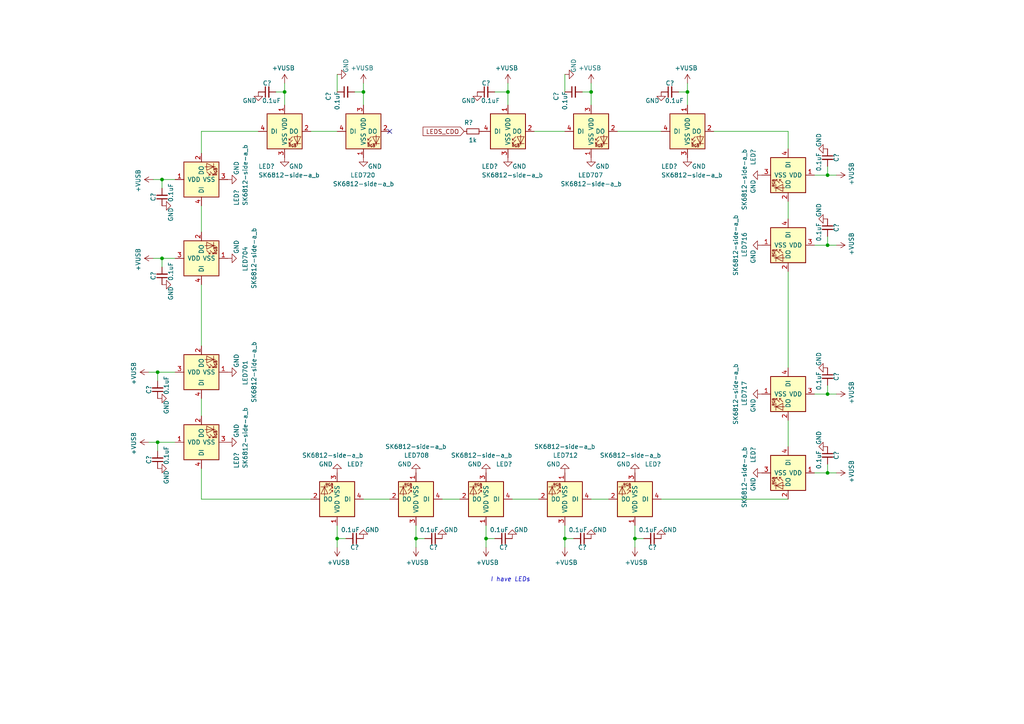
<source format=kicad_sch>
(kicad_sch (version 20250114) (generator "eeschema") (generator_version "9.0")
  (paper "A4")
  (lib_symbols
    (symbol "Device:C_Small" (pin_numbers (hide yes)) (pin_names (offset 0.254) (hide yes))
      (property "Reference" "C" (at 0.254 1.778 0))
      (property "Value" "C_Small" (at 0.254 -2.032 0))
      (symbol "C_Small_0_1"
        (polyline (pts (xy -1.524 0.508) (xy 1.524 0.508)) (stroke (width 0.3048)))
        (polyline (pts (xy -1.524 -0.508) (xy 1.524 -0.508)) (stroke (width 0.3302)))
      )
      (symbol "C_Small_1_1"
        (pin passive line (at 0 2.54 270) (length 2.032) (name "~") (number "1"))
        (pin passive line (at 0 -2.54 90) (length 2.032) (name "~") (number "2"))
      )
    )
    (symbol "Device:R_Small" (pin_numbers (hide yes)) (pin_names (offset 0.254) (hide yes))
      (property "Reference" "R" (at 0.762 0.508 0))
      (property "Value" "R_Small" (at 0.762 -1.016 0))
      (symbol "R_Small_0_1"
        (rectangle (start -0.762 1.778) (end 0.762 -1.778) (stroke (width 0.2032)))
      )
      (symbol "R_Small_1_1"
        (pin passive line (at 0 2.54 270) (length 0.762) (name "~") (number "1"))
        (pin passive line (at 0 -2.54 90) (length 0.762) (name "~") (number "2"))
      )
    )
    (symbol "dp-LED:SK6812-mini-e" (pin_names (offset 1.016))
      (property "Reference" "LED" (at 11.43 -5.08 0))
      (property "Value" "SK6812-mini-e" (at 11.43 -7.62 0))
      (symbol "SK6812-mini-e_1_1"
        (polyline (pts (xy 1.27 -2.54) (xy 1.778 -2.54)))
        (polyline (pts (xy 1.27 -3.556) (xy 1.778 -3.556)))
        (polyline (pts (xy 2.286 -1.524) (xy 1.27 -2.54) (xy 1.27 -2.032)))
        (polyline (pts (xy 2.286 -2.54) (xy 1.27 -3.556) (xy 1.27 -3.048)))
        (polyline (pts (xy 3.683 -1.016) (xy 3.683 -3.556) (xy 3.683 -4.064)))
        (polyline (pts (xy 4.699 -1.524) (xy 2.667 -1.524) (xy 3.683 -3.556) (xy 4.699 -1.524)))
        (polyline (pts (xy 4.699 -3.556) (xy 2.667 -3.556)))
        (rectangle (start 5.08 5.08) (end -5.08 -5.08) (stroke (width 0.254)) (fill (type background)))
        (text "RGB" (at 2.286 -4.191 0) (effects (font (size 0.762 0.762))))
        (pin input line (at -7.62 0 0) (length 2.54) (name "DI") (number "4"))
        (pin power_in line (at 0 7.62 270) (length 2.54) (name "VDD") (number "1"))
        (pin power_in line (at 0 -7.62 90) (length 2.54) (name "VSS") (number "3"))
        (pin output line (at 7.62 0 180) (length 2.54) (name "DO") (number "2"))
      )
    )
    (symbol "dp-LED:SK6812-side-a_b" (pin_names (offset 1.016))
      (property "Reference" "LED" (at 12.7 -5.08 0))
      (property "Value" "SK6812-side-a_b" (at 12.7 -7.62 0))
      (symbol "SK6812-side-a_b_1_1"
        (polyline (pts (xy 1.27 -2.54) (xy 1.778 -2.54)))
        (polyline (pts (xy 1.27 -3.556) (xy 1.778 -3.556)))
        (polyline (pts (xy 2.286 -1.524) (xy 1.27 -2.54) (xy 1.27 -2.032)))
        (polyline (pts (xy 2.286 -2.54) (xy 1.27 -3.556) (xy 1.27 -3.048)))
        (polyline (pts (xy 3.683 -1.016) (xy 3.683 -3.556) (xy 3.683 -4.064)))
        (polyline (pts (xy 4.699 -1.524) (xy 2.667 -1.524) (xy 3.683 -3.556) (xy 4.699 -1.524)))
        (polyline (pts (xy 4.699 -3.556) (xy 2.667 -3.556)))
        (rectangle (start 5.08 5.08) (end -5.08 -5.08) (stroke (width 0.254)) (fill (type background)))
        (text "RGB" (at 2.286 -4.191 0) (effects (font (size 0.762 0.762))))
        (pin input line (at -7.62 0 0) (length 2.54) (name "DI") (number "4"))
        (pin power_in line (at 0 7.62 270) (length 2.54) (name "VDD") (number "3"))
        (pin power_in line (at 0 -7.62 90) (length 2.54) (name "VSS") (number "1"))
        (pin output line (at 7.62 0 180) (length 2.54) (name "DO") (number "2"))
      )
    )
    (symbol "dp-power:+VUSB" (power) (pin_names (offset 1.016))
      (property "Value" "+VUSB" (at 0 5.08 0))
      (symbol "+VUSB_0_1"
        (polyline (pts (xy 0 2.54) (xy -0.762 1.27)))
        (polyline (pts (xy 0 2.54) (xy 0.762 1.27)))
        (polyline (pts (xy 0 0) (xy 0 2.54)))
      )
      (symbol "+VUSB_1_1"
        (pin power_in line (at 0 0 90) (length 0) (hide yes) (name "+VUSB") (number "1"))
      )
    )
    (symbol "power:GND" (power) (pin_names (offset 0))
      (property "Value" "GND" (at 0 -3.81 0))
      (symbol "GND_0_1"
        (polyline (pts (xy 0 0) (xy 0 -1.27) (xy 1.27 -1.27) (xy 0 -2.54) (xy -1.27 -1.27) (xy 0 -1.27)))
      )
      (symbol "GND_1_1"
        (pin power_in line (at 0 0 270) (length 0) (hide yes) (name "GND") (number "1"))
      )
    )
  )
  (text "I have LEDs" (at 142.24 168.91 0) (effects (font (size 1.27 1.27) (italic yes)) (justify left bottom)))
  (junction (at 199.39 26.67))
  (junction (at 140.97 156.21))
  (junction (at 171.45 26.67))
  (junction (at 147.32 26.67))
  (junction (at 240.03 137.16))
  (junction (at 105.41 26.67))
  (junction (at 184.15 156.21))
  (junction (at 82.55 26.67))
  (junction (at 240.03 114.3))
  (junction (at 45.72 107.95))
  (junction (at 46.99 74.93))
  (junction (at 46.99 52.07))
  (junction (at 97.79 156.21))
  (junction (at 240.03 50.8))
  (junction (at 120.65 156.21))
  (junction (at 163.83 156.21))
  (junction (at 45.72 128.27))
  (junction (at 240.03 71.12))
  (no_connect (at 113.03 38.1))
  (wire (pts (xy 240.03 48.26) (xy 240.03 50.8)))
  (wire (pts (xy 228.6 129.54) (xy 228.6 121.92)))
  (wire (pts (xy 240.03 71.12) (xy 236.22 71.12)))
  (wire (pts (xy 148.59 144.78) (xy 156.21 144.78)))
  (wire (pts (xy 196.85 26.67) (xy 199.39 26.67)))
  (wire (pts (xy 240.03 111.76) (xy 240.03 114.3)))
  (wire (pts (xy 58.42 82.55) (xy 58.42 100.33)))
  (wire (pts (xy 199.39 24.13) (xy 199.39 26.67)))
  (wire (pts (xy 179.07 38.1) (xy 191.77 38.1)))
  (wire (pts (xy 58.42 44.45) (xy 58.42 38.1)))
  (wire (pts (xy 140.97 156.21) (xy 140.97 152.4)))
  (wire (pts (xy 46.99 77.47) (xy 46.99 74.93)))
  (wire (pts (xy 163.83 156.21) (xy 163.83 152.4)))
  (wire (pts (xy 184.15 158.75) (xy 184.15 156.21)))
  (wire (pts (xy 154.94 38.1) (xy 163.83 38.1)))
  (wire (pts (xy 45.72 110.49) (xy 45.72 107.95)))
  (wire (pts (xy 228.6 58.42) (xy 228.6 63.5)))
  (wire (pts (xy 45.72 107.95) (xy 50.8 107.95)))
  (wire (pts (xy 143.51 156.21) (xy 140.97 156.21)))
  (wire (pts (xy 228.6 78.74) (xy 228.6 106.68)))
  (wire (pts (xy 147.32 26.67) (xy 147.32 30.48)))
  (wire (pts (xy 133.35 144.78) (xy 128.27 144.78)))
  (wire (pts (xy 105.41 24.13) (xy 105.41 26.67)))
  (wire (pts (xy 58.42 59.69) (xy 58.42 67.31)))
  (wire (pts (xy 43.18 107.95) (xy 45.72 107.95)))
  (wire (pts (xy 140.97 158.75) (xy 140.97 156.21)))
  (wire (pts (xy 46.99 52.07) (xy 50.8 52.07)))
  (wire (pts (xy 123.19 156.21) (xy 120.65 156.21)))
  (wire (pts (xy 97.79 156.21) (xy 97.79 152.4)))
  (wire (pts (xy 97.79 158.75) (xy 97.79 156.21)))
  (wire (pts (xy 45.72 130.81) (xy 45.72 128.27)))
  (wire (pts (xy 120.65 156.21) (xy 120.65 152.4)))
  (wire (pts (xy 97.79 26.67) (xy 97.79 21.59)))
  (wire (pts (xy 80.01 26.67) (xy 82.55 26.67)))
  (wire (pts (xy 147.32 24.13) (xy 147.32 26.67)))
  (wire (pts (xy 168.91 26.67) (xy 171.45 26.67)))
  (wire (pts (xy 242.57 114.3) (xy 240.03 114.3)))
  (wire (pts (xy 186.69 156.21) (xy 184.15 156.21)))
  (wire (pts (xy 105.41 26.67) (xy 105.41 30.48)))
  (wire (pts (xy 58.42 135.89) (xy 58.42 144.78)))
  (wire (pts (xy 120.65 158.75) (xy 120.65 156.21)))
  (wire (pts (xy 242.57 71.12) (xy 240.03 71.12)))
  (wire (pts (xy 44.45 52.07) (xy 46.99 52.07)))
  (wire (pts (xy 100.33 156.21) (xy 97.79 156.21)))
  (wire (pts (xy 228.6 43.18) (xy 228.6 38.1)))
  (wire (pts (xy 171.45 24.13) (xy 171.45 26.67)))
  (wire (pts (xy 102.87 26.67) (xy 105.41 26.67)))
  (wire (pts (xy 44.45 74.93) (xy 46.99 74.93)))
  (wire (pts (xy 240.03 68.58) (xy 240.03 71.12)))
  (wire (pts (xy 176.53 144.78) (xy 171.45 144.78)))
  (wire (pts (xy 82.55 24.13) (xy 82.55 26.67)))
  (wire (pts (xy 240.03 137.16) (xy 236.22 137.16)))
  (wire (pts (xy 184.15 156.21) (xy 184.15 152.4)))
  (wire (pts (xy 163.83 26.67) (xy 163.83 21.59)))
  (wire (pts (xy 46.99 54.61) (xy 46.99 52.07)))
  (wire (pts (xy 171.45 26.67) (xy 171.45 30.48)))
  (wire (pts (xy 90.17 144.78) (xy 58.42 144.78)))
  (wire (pts (xy 166.37 156.21) (xy 163.83 156.21)))
  (wire (pts (xy 199.39 26.67) (xy 199.39 30.48)))
  (wire (pts (xy 58.42 120.65) (xy 58.42 115.57)))
  (wire (pts (xy 43.18 128.27) (xy 45.72 128.27)))
  (wire (pts (xy 207.01 38.1) (xy 228.6 38.1)))
  (wire (pts (xy 46.99 74.93) (xy 50.8 74.93)))
  (wire (pts (xy 58.42 38.1) (xy 74.93 38.1)))
  (wire (pts (xy 242.57 137.16) (xy 240.03 137.16)))
  (wire (pts (xy 191.77 144.78) (xy 228.6 144.78)))
  (wire (pts (xy 45.72 128.27) (xy 50.8 128.27)))
  (wire (pts (xy 82.55 26.67) (xy 82.55 30.48)))
  (wire (pts (xy 105.41 144.78) (xy 113.03 144.78)))
  (wire (pts (xy 163.83 158.75) (xy 163.83 156.21)))
  (wire (pts (xy 143.51 26.67) (xy 147.32 26.67)))
  (wire (pts (xy 240.03 114.3) (xy 236.22 114.3)))
  (wire (pts (xy 90.17 38.1) (xy 97.79 38.1)))
  (wire (pts (xy 240.03 50.8) (xy 236.22 50.8)))
  (wire (pts (xy 242.57 50.8) (xy 240.03 50.8)))
  (wire (pts (xy 240.03 134.62) (xy 240.03 137.16)))
  (global_label "LEDS_CDO" (shape input) (at 134.62 38.1 180) (property "Intersheetrefs" "${INTERSHEET_REFS}" (effects (hide yes))))
  (symbol (lib_id "dp-power:+VUSB") (at 44.45 74.93 90) (unit 1)
    (property "Reference" "#PWR0704" (effects (hide yes)))
    (property "Value" "+VUSB" (at 40.0558 75.311 0))
    (instances (project "REV0" (path "" (reference "#PWR?") (unit 1)) (path "" (reference "#PWR0704") (unit 1))))
  )
  (symbol (lib_id "power:GND") (at 46.99 82.55 90) (unit 1)
    (property "Reference" "#PWR0708" (effects (hide yes)))
    (property "Value" "GND" (at 49.53 85.09 0))
    (instances (project "REV0" (path "" (reference "#PWR?") (unit 1)) (path "" (reference "#PWR0708") (unit 1))))
  )
  (symbol (lib_id "Device:C_Small") (at 46.99 80.01 180) (unit 1)
    (property "Reference" "C704" (at 44.45 80.01 90))
    (property "Value" "0.1uF" (at 49.53 78.74 90))
    (property "Footprint" "Capacitor_SMD:C_0402_1005Metric" (effects (hide yes)))
    (property "RMB" "0.00628" (effects (hide yes)))
    (property "Supplier" "https://item.szlcsc.com/1877.html" (effects (hide yes)))
    (property "szlcsc_partnumber" "C1525" (effects (hide yes)))
    (property "szlcsc_url" "https://item.szlcsc.com/1877.html?fromZone=s_s__%25220.1uF%25200402%2522&spm=sc.gb.xh2.zy.n&lcsc_vid=RlENUlJWE1QKBlBWRAVaUFNTT1leBQZXRFNcVAVQQVAxVlNSRFRfXlBUQ1ZeVzsOAxUeFF5JWAgaAglIBBsCBBcFWQIBCks%3D" (effects (hide yes)))
    (instances (project "REV0" (path "" (reference "C?") (unit 1)) (path "" (reference "C704") (unit 1))))
  )
  (symbol (lib_id "power:GND") (at 66.04 74.93 90) (unit 1)
    (property "Reference" "#PWR0712" (effects (hide yes)))
    (property "Value" "GND" (at 68.58 73.66 0) (effects (justify left)))
    (instances (project "REV0" (path "" (reference "#PWR?") (unit 1)) (path "" (reference "#PWR0712") (unit 1))))
  )
  (symbol (lib_id "dp-power:+VUSB") (at 44.45 52.07 90) (unit 1)
    (property "Reference" "#PWR0703" (effects (hide yes)))
    (property "Value" "+VUSB" (at 40.0558 52.451 0))
    (instances (project "REV0" (path "" (reference "#PWR?") (unit 1)) (path "" (reference "#PWR0703") (unit 1))))
  )
  (symbol (lib_id "power:GND") (at 46.99 59.69 90) (unit 1)
    (property "Reference" "#PWR0707" (effects (hide yes)))
    (property "Value" "GND" (at 49.53 62.23 0))
    (instances (project "REV0" (path "" (reference "#PWR?") (unit 1)) (path "" (reference "#PWR0707") (unit 1))))
  )
  (symbol (lib_id "Device:C_Small") (at 46.99 57.15 180) (unit 1)
    (property "Reference" "C703" (at 44.45 57.15 90))
    (property "Value" "0.1uF" (at 49.53 55.88 90))
    (property "Footprint" "Capacitor_SMD:C_0402_1005Metric" (effects (hide yes)))
    (property "RMB" "0.00628" (effects (hide yes)))
    (property "Supplier" "https://item.szlcsc.com/1877.html" (effects (hide yes)))
    (property "szlcsc_partnumber" "C1525" (effects (hide yes)))
    (property "szlcsc_url" "https://item.szlcsc.com/1877.html?fromZone=s_s__%25220.1uF%25200402%2522&spm=sc.gb.xh2.zy.n&lcsc_vid=RlENUlJWE1QKBlBWRAVaUFNTT1leBQZXRFNcVAVQQVAxVlNSRFRfXlBUQ1ZeVzsOAxUeFF5JWAgaAglIBBsCBBcFWQIBCks%3D" (effects (hide yes)))
    (instances (project "REV0" (path "" (reference "C?") (unit 1)) (path "" (reference "C703") (unit 1))))
  )
  (symbol (lib_id "power:GND") (at 66.04 52.07 90) (unit 1)
    (property "Reference" "#PWR0711" (effects (hide yes)))
    (property "Value" "GND" (at 68.58 50.8 0) (effects (justify left)))
    (instances (project "REV0" (path "" (reference "#PWR?") (unit 1)) (path "" (reference "#PWR0711") (unit 1))))
  )
  (symbol (lib_id "dp-LED:SK6812-mini-e") (at 58.42 52.07 90) (unit 1)
    (property "Reference" "LED703" (at 68.58 59.69 0) (effects (justify left)))
    (property "Value" "SK6812-side-a_b" (at 71.12 59.69 0) (effects (justify left)))
    (property "Footprint" "dp-LED:SK6812-side-a_b" (effects (hide yes)))
    (property "RMB" "0.5296" (effects (hide yes)))
    (property "Supplier" "https://item.szlcsc.com/542109.html" (effects (hide yes)))
    (instances (project "REV0" (path "" (reference "LED?") (unit 1)) (path "" (reference "LED?") (unit 1)) (path "" (reference "LED703") (unit 1))))
  )
  (symbol (lib_id "dp-power:+VUSB") (at 82.55 24.13 0) (unit 1)
    (property "Reference" "#PWR0714" (effects (hide yes)))
    (property "Value" "+VUSB" (at 82.169 19.7358 0))
    (instances (project "REV0" (path "" (reference "#PWR?") (unit 1)) (path "" (reference "#PWR0714") (unit 1))))
  )
  (symbol (lib_id "power:GND") (at 74.93 26.67 0) (unit 1)
    (property "Reference" "#PWR0713" (effects (hide yes)))
    (property "Value" "GND" (at 72.39 29.21 0))
    (instances (project "REV0" (path "" (reference "#PWR?") (unit 1)) (path "" (reference "#PWR0713") (unit 1))))
  )
  (symbol (lib_id "power:GND") (at 82.55 45.72 0) (unit 1)
    (property "Reference" "#PWR0715" (effects (hide yes)))
    (property "Value" "GND" (at 83.82 48.26 0) (effects (justify left)))
    (instances (project "REV0" (path "" (reference "#PWR?") (unit 1)) (path "" (reference "#PWR0715") (unit 1))))
  )
  (symbol (lib_id "dp-LED:SK6812-mini-e") (at 82.55 38.1 0) (unit 1)
    (property "Reference" "LED705" (at 74.93 48.26 0) (effects (justify left)))
    (property "Value" "SK6812-side-a_b" (at 74.93 50.8 0) (effects (justify left)))
    (property "Footprint" "dp-LED:SK6812-side-a_b" (effects (hide yes)))
    (property "RMB" "0.5296" (effects (hide yes)))
    (property "Supplier" "https://item.szlcsc.com/542109.html" (effects (hide yes)))
    (instances (project "REV0" (path "" (reference "LED?") (unit 1)) (path "" (reference "LED?") (unit 1)) (path "" (reference "LED705") (unit 1))))
  )
  (symbol (lib_id "Device:C_Small") (at 77.47 26.67 90) (unit 1)
    (property "Reference" "C705" (at 77.47 24.13 90))
    (property "Value" "0.1uF" (at 78.74 29.21 90))
    (property "Footprint" "Capacitor_SMD:C_0402_1005Metric" (effects (hide yes)))
    (property "RMB" "0.00628" (effects (hide yes)))
    (property "Supplier" "https://item.szlcsc.com/1877.html" (effects (hide yes)))
    (property "szlcsc_partnumber" "C1525" (effects (hide yes)))
    (property "szlcsc_url" "https://item.szlcsc.com/1877.html?fromZone=s_s__%25220.1uF%25200402%2522&spm=sc.gb.xh2.zy.n&lcsc_vid=RlENUlJWE1QKBlBWRAVaUFNTT1leBQZXRFNcVAVQQVAxVlNSRFRfXlBUQ1ZeVzsOAxUeFF5JWAgaAglIBBsCBBcFWQIBCks%3D" (effects (hide yes)))
    (instances (project "REV0" (path "" (reference "C?") (unit 1)) (path "" (reference "C705") (unit 1))))
  )
  (symbol (lib_id "dp-power:+VUSB") (at 199.39 24.13 0) (unit 1)
    (property "Reference" "#PWR0738" (effects (hide yes)))
    (property "Value" "+VUSB" (at 199.009 19.7358 0))
    (instances (project "REV0" (path "" (reference "#PWR?") (unit 1)) (path "" (reference "#PWR0738") (unit 1))))
  )
  (symbol (lib_id "power:GND") (at 191.77 26.67 0) (unit 1)
    (property "Reference" "#PWR0737" (effects (hide yes)))
    (property "Value" "GND" (at 189.23 29.21 0))
    (instances (project "REV0" (path "" (reference "#PWR?") (unit 1)) (path "" (reference "#PWR0737") (unit 1))))
  )
  (symbol (lib_id "power:GND") (at 199.39 45.72 0) (unit 1)
    (property "Reference" "#PWR0739" (effects (hide yes)))
    (property "Value" "GND" (at 200.66 48.26 0) (effects (justify left)))
    (instances (project "REV0" (path "" (reference "#PWR?") (unit 1)) (path "" (reference "#PWR0739") (unit 1))))
  )
  (symbol (lib_id "dp-LED:SK6812-mini-e") (at 199.39 38.1 0) (unit 1)
    (property "Reference" "LED713" (at 191.77 48.26 0) (effects (justify left)))
    (property "Value" "SK6812-side-a_b" (at 191.77 50.8 0) (effects (justify left)))
    (property "Footprint" "dp-LED:SK6812-side-a_b" (effects (hide yes)))
    (property "RMB" "0.5296" (effects (hide yes)))
    (property "Supplier" "https://item.szlcsc.com/542109.html" (effects (hide yes)))
    (instances (project "REV0" (path "" (reference "LED?") (unit 1)) (path "" (reference "LED?") (unit 1)) (path "" (reference "LED713") (unit 1))))
  )
  (symbol (lib_id "Device:C_Small") (at 194.31 26.67 90) (unit 1)
    (property "Reference" "C713" (at 194.31 24.13 90))
    (property "Value" "0.1uF" (at 195.58 29.21 90))
    (property "Footprint" "Capacitor_SMD:C_0402_1005Metric" (effects (hide yes)))
    (property "RMB" "0.00628" (effects (hide yes)))
    (property "Supplier" "https://item.szlcsc.com/1877.html" (effects (hide yes)))
    (property "szlcsc_partnumber" "C1525" (effects (hide yes)))
    (property "szlcsc_url" "https://item.szlcsc.com/1877.html?fromZone=s_s__%25220.1uF%25200402%2522&spm=sc.gb.xh2.zy.n&lcsc_vid=RlENUlJWE1QKBlBWRAVaUFNTT1leBQZXRFNcVAVQQVAxVlNSRFRfXlBUQ1ZeVzsOAxUeFF5JWAgaAglIBBsCBBcFWQIBCks%3D" (effects (hide yes)))
    (instances (project "REV0" (path "" (reference "C?") (unit 1)) (path "" (reference "C713") (unit 1))))
  )
  (symbol (lib_id "dp-power:+VUSB") (at 242.57 71.12 270) (unit 1)
    (property "Reference" "#PWR0752" (effects (hide yes)))
    (property "Value" "+VUSB" (at 246.9642 70.739 0))
    (instances (project "REV0" (path "" (reference "#PWR?") (unit 1)) (path "" (reference "#PWR0752") (unit 1))))
  )
  (symbol (lib_id "power:GND") (at 240.03 63.5 270) (unit 1)
    (property "Reference" "#PWR0748" (effects (hide yes)))
    (property "Value" "GND" (at 237.49 60.96 0))
    (instances (project "REV0" (path "" (reference "#PWR?") (unit 1)) (path "" (reference "#PWR0748") (unit 1))))
  )
  (symbol (lib_id "Device:C_Small") (at 240.03 66.04 0) (unit 1)
    (property "Reference" "C716" (at 242.57 66.04 90))
    (property "Value" "0.1uF" (at 237.49 67.31 90))
    (property "Footprint" "Capacitor_SMD:C_0402_1005Metric" (effects (hide yes)))
    (property "RMB" "0.00628" (effects (hide yes)))
    (property "Supplier" "https://item.szlcsc.com/1877.html" (effects (hide yes)))
    (property "szlcsc_partnumber" "C1525" (effects (hide yes)))
    (property "szlcsc_url" "https://item.szlcsc.com/1877.html?fromZone=s_s__%25220.1uF%25200402%2522&spm=sc.gb.xh2.zy.n&lcsc_vid=RlENUlJWE1QKBlBWRAVaUFNTT1leBQZXRFNcVAVQQVAxVlNSRFRfXlBUQ1ZeVzsOAxUeFF5JWAgaAglIBBsCBBcFWQIBCks%3D" (effects (hide yes)))
    (instances (project "REV0" (path "" (reference "C?") (unit 1)) (path "" (reference "C716") (unit 1))))
  )
  (symbol (lib_id "power:GND") (at 220.98 71.12 270) (unit 1)
    (property "Reference" "#PWR0744" (effects (hide yes)))
    (property "Value" "GND" (at 218.44 72.39 0) (effects (justify left)))
    (instances (project "REV0" (path "" (reference "#PWR?") (unit 1)) (path "" (reference "#PWR0744") (unit 1))))
  )
  (symbol (lib_id "dp-power:+VUSB") (at 242.57 50.8 270) (unit 1)
    (property "Reference" "#PWR0751" (effects (hide yes)))
    (property "Value" "+VUSB" (at 246.9642 50.419 0))
    (instances (project "REV0" (path "" (reference "#PWR?") (unit 1)) (path "" (reference "#PWR0751") (unit 1))))
  )
  (symbol (lib_id "power:GND") (at 240.03 43.18 270) (unit 1)
    (property "Reference" "#PWR0747" (effects (hide yes)))
    (property "Value" "GND" (at 237.49 40.64 0))
    (instances (project "REV0" (path "" (reference "#PWR?") (unit 1)) (path "" (reference "#PWR0747") (unit 1))))
  )
  (symbol (lib_id "power:GND") (at 220.98 50.8 270) (unit 1)
    (property "Reference" "#PWR0743" (effects (hide yes)))
    (property "Value" "GND" (at 218.44 52.07 0) (effects (justify left)))
    (instances (project "REV0" (path "" (reference "#PWR?") (unit 1)) (path "" (reference "#PWR0743") (unit 1))))
  )
  (symbol (lib_id "dp-LED:SK6812-mini-e") (at 228.6 50.8 270) (unit 1)
    (property "Reference" "LED715" (at 218.44 43.18 0) (effects (justify left)))
    (property "Value" "SK6812-side-a_b" (at 215.9 43.18 0) (effects (justify left)))
    (property "Footprint" "dp-LED:SK6812-side-a_b" (effects (hide yes)))
    (property "RMB" "0.5296" (effects (hide yes)))
    (property "Supplier" "https://item.szlcsc.com/542109.html" (effects (hide yes)))
    (instances (project "REV0" (path "" (reference "LED?") (unit 1)) (path "" (reference "LED?") (unit 1)) (path "" (reference "LED715") (unit 1))))
  )
  (symbol (lib_id "Device:C_Small") (at 240.03 45.72 0) (unit 1)
    (property "Reference" "C715" (at 242.57 45.72 90))
    (property "Value" "0.1uF" (at 237.49 46.99 90))
    (property "Footprint" "Capacitor_SMD:C_0402_1005Metric" (effects (hide yes)))
    (property "RMB" "0.00628" (effects (hide yes)))
    (property "Supplier" "https://item.szlcsc.com/1877.html" (effects (hide yes)))
    (property "szlcsc_partnumber" "C1525" (effects (hide yes)))
    (property "szlcsc_url" "https://item.szlcsc.com/1877.html?fromZone=s_s__%25220.1uF%25200402%2522&spm=sc.gb.xh2.zy.n&lcsc_vid=RlENUlJWE1QKBlBWRAVaUFNTT1leBQZXRFNcVAVQQVAxVlNSRFRfXlBUQ1ZeVzsOAxUeFF5JWAgaAglIBBsCBBcFWQIBCks%3D" (effects (hide yes)))
    (instances (project "REV0" (path "" (reference "C?") (unit 1)) (path "" (reference "C715") (unit 1))))
  )
  (symbol (lib_id "dp-power:+VUSB") (at 242.57 114.3 270) (unit 1)
    (property "Reference" "#PWR0753" (effects (hide yes)))
    (property "Value" "+VUSB" (at 246.9642 113.919 0))
    (instances (project "REV0" (path "" (reference "#PWR?") (unit 1)) (path "" (reference "#PWR0753") (unit 1))))
  )
  (symbol (lib_id "power:GND") (at 240.03 106.68 270) (unit 1)
    (property "Reference" "#PWR0749" (effects (hide yes)))
    (property "Value" "GND" (at 237.49 104.14 0))
    (instances (project "REV0" (path "" (reference "#PWR?") (unit 1)) (path "" (reference "#PWR0749") (unit 1))))
  )
  (symbol (lib_id "Device:C_Small") (at 240.03 109.22 0) (unit 1)
    (property "Reference" "C717" (at 242.57 109.22 90))
    (property "Value" "0.1uF" (at 237.49 110.49 90))
    (property "Footprint" "Capacitor_SMD:C_0402_1005Metric" (effects (hide yes)))
    (property "RMB" "0.00628" (effects (hide yes)))
    (property "Supplier" "https://item.szlcsc.com/1877.html" (effects (hide yes)))
    (property "szlcsc_partnumber" "C1525" (effects (hide yes)))
    (property "szlcsc_url" "https://item.szlcsc.com/1877.html?fromZone=s_s__%25220.1uF%25200402%2522&spm=sc.gb.xh2.zy.n&lcsc_vid=RlENUlJWE1QKBlBWRAVaUFNTT1leBQZXRFNcVAVQQVAxVlNSRFRfXlBUQ1ZeVzsOAxUeFF5JWAgaAglIBBsCBBcFWQIBCks%3D" (effects (hide yes)))
    (instances (project "REV0" (path "" (reference "C?") (unit 1)) (path "" (reference "C717") (unit 1))))
  )
  (symbol (lib_id "power:GND") (at 220.98 114.3 270) (unit 1)
    (property "Reference" "#PWR0745" (effects (hide yes)))
    (property "Value" "GND" (at 218.44 115.57 0) (effects (justify left)))
    (instances (project "REV0" (path "" (reference "#PWR?") (unit 1)) (path "" (reference "#PWR0745") (unit 1))))
  )
  (symbol (lib_id "dp-power:+VUSB") (at 242.57 137.16 270) (unit 1)
    (property "Reference" "#PWR0754" (effects (hide yes)))
    (property "Value" "+VUSB" (at 246.9642 136.779 0))
    (instances (project "REV0" (path "" (reference "#PWR?") (unit 1)) (path "" (reference "#PWR0754") (unit 1))))
  )
  (symbol (lib_id "power:GND") (at 240.03 129.54 270) (unit 1)
    (property "Reference" "#PWR0750" (effects (hide yes)))
    (property "Value" "GND" (at 237.49 127 0))
    (instances (project "REV0" (path "" (reference "#PWR?") (unit 1)) (path "" (reference "#PWR0750") (unit 1))))
  )
  (symbol (lib_id "power:GND") (at 220.98 137.16 270) (unit 1)
    (property "Reference" "#PWR0746" (effects (hide yes)))
    (property "Value" "GND" (at 218.44 138.43 0) (effects (justify left)))
    (instances (project "REV0" (path "" (reference "#PWR?") (unit 1)) (path "" (reference "#PWR0746") (unit 1))))
  )
  (symbol (lib_id "dp-LED:SK6812-mini-e") (at 228.6 137.16 270) (unit 1)
    (property "Reference" "LED718" (at 218.44 129.54 0) (effects (justify left)))
    (property "Value" "SK6812-side-a_b" (at 215.9 129.54 0) (effects (justify left)))
    (property "Footprint" "dp-LED:SK6812-side-a_b" (effects (hide yes)))
    (property "RMB" "0.5296" (effects (hide yes)))
    (property "Supplier" "https://item.szlcsc.com/542109.html" (effects (hide yes)))
    (instances (project "REV0" (path "" (reference "LED?") (unit 1)) (path "" (reference "LED?") (unit 1)) (path "" (reference "LED718") (unit 1))))
  )
  (symbol (lib_id "Device:C_Small") (at 240.03 132.08 0) (unit 1)
    (property "Reference" "C718" (at 242.57 132.08 90))
    (property "Value" "0.1uF" (at 237.49 133.35 90))
    (property "Footprint" "Capacitor_SMD:C_0402_1005Metric" (effects (hide yes)))
    (property "RMB" "0.00628" (effects (hide yes)))
    (property "Supplier" "https://item.szlcsc.com/1877.html" (effects (hide yes)))
    (property "szlcsc_partnumber" "C1525" (effects (hide yes)))
    (property "szlcsc_url" "https://item.szlcsc.com/1877.html?fromZone=s_s__%25220.1uF%25200402%2522&spm=sc.gb.xh2.zy.n&lcsc_vid=RlENUlJWE1QKBlBWRAVaUFNTT1leBQZXRFNcVAVQQVAxVlNSRFRfXlBUQ1ZeVzsOAxUeFF5JWAgaAglIBBsCBBcFWQIBCks%3D" (effects (hide yes)))
    (instances (project "REV0" (path "" (reference "C?") (unit 1)) (path "" (reference "C718") (unit 1))))
  )
  (symbol (lib_id "dp-power:+VUSB") (at 163.83 158.75 180) (unit 1)
    (property "Reference" "#PWR0735" (effects (hide yes)))
    (property "Value" "+VUSB" (at 164.211 163.1442 0))
    (instances (project "REV0" (path "" (reference "#PWR?") (unit 1)) (path "" (reference "#PWR0735") (unit 1))))
  )
  (symbol (lib_id "power:GND") (at 171.45 156.21 180) (unit 1)
    (property "Reference" "#PWR0736" (effects (hide yes)))
    (property "Value" "GND" (at 173.99 153.67 0))
    (instances (project "REV0" (path "" (reference "#PWR?") (unit 1)) (path "" (reference "#PWR0736") (unit 1))))
  )
  (symbol (lib_id "Device:C_Small") (at 168.91 156.21 270) (unit 1)
    (property "Reference" "C712" (at 168.91 158.75 90))
    (property "Value" "0.1uF" (at 167.64 153.67 90))
    (property "Footprint" "Capacitor_SMD:C_0402_1005Metric" (effects (hide yes)))
    (property "RMB" "0.00628" (effects (hide yes)))
    (property "Supplier" "https://item.szlcsc.com/1877.html" (effects (hide yes)))
    (property "szlcsc_partnumber" "C1525" (effects (hide yes)))
    (property "szlcsc_url" "https://item.szlcsc.com/1877.html?fromZone=s_s__%25220.1uF%25200402%2522&spm=sc.gb.xh2.zy.n&lcsc_vid=RlENUlJWE1QKBlBWRAVaUFNTT1leBQZXRFNcVAVQQVAxVlNSRFRfXlBUQ1ZeVzsOAxUeFF5JWAgaAglIBBsCBBcFWQIBCks%3D" (effects (hide yes)))
    (instances (project "REV0" (path "" (reference "C?") (unit 1)) (path "" (reference "C712") (unit 1))))
  )
  (symbol (lib_id "power:GND") (at 163.83 137.16 180) (unit 1)
    (property "Reference" "#PWR0734" (effects (hide yes)))
    (property "Value" "GND" (at 162.56 134.62 0) (effects (justify left)))
    (instances (project "REV0" (path "" (reference "#PWR?") (unit 1)) (path "" (reference "#PWR0734") (unit 1))))
  )
  (symbol (lib_id "dp-power:+VUSB") (at 184.15 158.75 180) (unit 1)
    (property "Reference" "#PWR0741" (effects (hide yes)))
    (property "Value" "+VUSB" (at 184.531 163.1442 0))
    (instances (project "REV0" (path "" (reference "#PWR?") (unit 1)) (path "" (reference "#PWR0741") (unit 1))))
  )
  (symbol (lib_id "power:GND") (at 191.77 156.21 180) (unit 1)
    (property "Reference" "#PWR0742" (effects (hide yes)))
    (property "Value" "GND" (at 194.31 153.67 0))
    (instances (project "REV0" (path "" (reference "#PWR?") (unit 1)) (path "" (reference "#PWR0742") (unit 1))))
  )
  (symbol (lib_id "power:GND") (at 184.15 137.16 180) (unit 1)
    (property "Reference" "#PWR0740" (effects (hide yes)))
    (property "Value" "GND" (at 182.88 134.62 0) (effects (justify left)))
    (instances (project "REV0" (path "" (reference "#PWR?") (unit 1)) (path "" (reference "#PWR0740") (unit 1))))
  )
  (symbol (lib_id "dp-LED:SK6812-mini-e") (at 184.15 144.78 180) (unit 1)
    (property "Reference" "LED714" (at 191.77 134.62 0) (effects (justify left)))
    (property "Value" "SK6812-side-a_b" (at 191.77 132.08 0) (effects (justify left)))
    (property "Footprint" "dp-LED:SK6812-side-a_b" (effects (hide yes)))
    (property "RMB" "0.5296" (effects (hide yes)))
    (property "Supplier" "https://item.szlcsc.com/542109.html" (effects (hide yes)))
    (instances (project "REV0" (path "" (reference "LED?") (unit 1)) (path "" (reference "LED?") (unit 1)) (path "" (reference "LED714") (unit 1))))
  )
  (symbol (lib_id "Device:C_Small") (at 189.23 156.21 270) (unit 1)
    (property "Reference" "C714" (at 189.23 158.75 90))
    (property "Value" "0.1uF" (at 187.96 153.67 90))
    (property "Footprint" "Capacitor_SMD:C_0402_1005Metric" (effects (hide yes)))
    (property "RMB" "0.00628" (effects (hide yes)))
    (property "Supplier" "https://item.szlcsc.com/1877.html" (effects (hide yes)))
    (property "szlcsc_partnumber" "C1525" (effects (hide yes)))
    (property "szlcsc_url" "https://item.szlcsc.com/1877.html?fromZone=s_s__%25220.1uF%25200402%2522&spm=sc.gb.xh2.zy.n&lcsc_vid=RlENUlJWE1QKBlBWRAVaUFNTT1leBQZXRFNcVAVQQVAxVlNSRFRfXlBUQ1ZeVzsOAxUeFF5JWAgaAglIBBsCBBcFWQIBCks%3D" (effects (hide yes)))
    (instances (project "REV0" (path "" (reference "C?") (unit 1)) (path "" (reference "C714") (unit 1))))
  )
  (symbol (lib_id "dp-power:+VUSB") (at 120.65 158.75 180) (unit 1)
    (property "Reference" "#PWR0723" (effects (hide yes)))
    (property "Value" "+VUSB" (at 121.031 163.1442 0))
    (instances (project "REV0" (path "" (reference "#PWR?") (unit 1)) (path "" (reference "#PWR0723") (unit 1))))
  )
  (symbol (lib_id "power:GND") (at 128.27 156.21 180) (unit 1)
    (property "Reference" "#PWR0724" (effects (hide yes)))
    (property "Value" "GND" (at 130.81 153.67 0))
    (instances (project "REV0" (path "" (reference "#PWR?") (unit 1)) (path "" (reference "#PWR0724") (unit 1))))
  )
  (symbol (lib_id "Device:C_Small") (at 125.73 156.21 270) (unit 1)
    (property "Reference" "C708" (at 125.73 158.75 90))
    (property "Value" "0.1uF" (at 124.46 153.67 90))
    (property "Footprint" "Capacitor_SMD:C_0402_1005Metric" (effects (hide yes)))
    (property "RMB" "0.00628" (effects (hide yes)))
    (property "Supplier" "https://item.szlcsc.com/1877.html" (effects (hide yes)))
    (property "szlcsc_partnumber" "C1525" (effects (hide yes)))
    (property "szlcsc_url" "https://item.szlcsc.com/1877.html?fromZone=s_s__%25220.1uF%25200402%2522&spm=sc.gb.xh2.zy.n&lcsc_vid=RlENUlJWE1QKBlBWRAVaUFNTT1leBQZXRFNcVAVQQVAxVlNSRFRfXlBUQ1ZeVzsOAxUeFF5JWAgaAglIBBsCBBcFWQIBCks%3D" (effects (hide yes)))
    (instances (project "REV0" (path "" (reference "C?") (unit 1)) (path "" (reference "C708") (unit 1))))
  )
  (symbol (lib_id "power:GND") (at 120.65 137.16 180) (unit 1)
    (property "Reference" "#PWR0722" (effects (hide yes)))
    (property "Value" "GND" (at 119.38 134.62 0) (effects (justify left)))
    (instances (project "REV0" (path "" (reference "#PWR?") (unit 1)) (path "" (reference "#PWR0722") (unit 1))))
  )
  (symbol (lib_id "dp-power:+VUSB") (at 140.97 158.75 180) (unit 1)
    (property "Reference" "#PWR0729" (effects (hide yes)))
    (property "Value" "+VUSB" (at 141.351 163.1442 0))
    (instances (project "REV0" (path "" (reference "#PWR?") (unit 1)) (path "" (reference "#PWR0729") (unit 1))))
  )
  (symbol (lib_id "power:GND") (at 148.59 156.21 180) (unit 1)
    (property "Reference" "#PWR0730" (effects (hide yes)))
    (property "Value" "GND" (at 151.13 153.67 0))
    (instances (project "REV0" (path "" (reference "#PWR?") (unit 1)) (path "" (reference "#PWR0730") (unit 1))))
  )
  (symbol (lib_id "power:GND") (at 140.97 137.16 180) (unit 1)
    (property "Reference" "#PWR0728" (effects (hide yes)))
    (property "Value" "GND" (at 139.7 134.62 0) (effects (justify left)))
    (instances (project "REV0" (path "" (reference "#PWR?") (unit 1)) (path "" (reference "#PWR0728") (unit 1))))
  )
  (symbol (lib_id "dp-LED:SK6812-mini-e") (at 140.97 144.78 180) (unit 1)
    (property "Reference" "LED710" (at 148.59 134.62 0) (effects (justify left)))
    (property "Value" "SK6812-side-a_b" (at 148.59 132.08 0) (effects (justify left)))
    (property "Footprint" "dp-LED:SK6812-side-a_b" (effects (hide yes)))
    (property "RMB" "0.5296" (effects (hide yes)))
    (property "Supplier" "https://item.szlcsc.com/542109.html" (effects (hide yes)))
    (instances (project "REV0" (path "" (reference "LED?") (unit 1)) (path "" (reference "LED?") (unit 1)) (path "" (reference "LED710") (unit 1))))
  )
  (symbol (lib_id "Device:C_Small") (at 146.05 156.21 270) (unit 1)
    (property "Reference" "C710" (at 146.05 158.75 90))
    (property "Value" "0.1uF" (at 144.78 153.67 90))
    (property "Footprint" "Capacitor_SMD:C_0402_1005Metric" (effects (hide yes)))
    (property "RMB" "0.00628" (effects (hide yes)))
    (property "Supplier" "https://item.szlcsc.com/1877.html" (effects (hide yes)))
    (property "szlcsc_partnumber" "C1525" (effects (hide yes)))
    (property "szlcsc_url" "https://item.szlcsc.com/1877.html?fromZone=s_s__%25220.1uF%25200402%2522&spm=sc.gb.xh2.zy.n&lcsc_vid=RlENUlJWE1QKBlBWRAVaUFNTT1leBQZXRFNcVAVQQVAxVlNSRFRfXlBUQ1ZeVzsOAxUeFF5JWAgaAglIBBsCBBcFWQIBCks%3D" (effects (hide yes)))
    (instances (project "REV0" (path "" (reference "C?") (unit 1)) (path "" (reference "C710") (unit 1))))
  )
  (symbol (lib_id "dp-power:+VUSB") (at 97.79 158.75 180) (unit 1)
    (property "Reference" "#PWR0717" (effects (hide yes)))
    (property "Value" "+VUSB" (at 98.171 163.1442 0))
    (instances (project "REV0" (path "" (reference "#PWR?") (unit 1)) (path "" (reference "#PWR0717") (unit 1))))
  )
  (symbol (lib_id "power:GND") (at 105.41 156.21 180) (unit 1)
    (property "Reference" "#PWR0718" (effects (hide yes)))
    (property "Value" "GND" (at 107.95 153.67 0))
    (instances (project "REV0" (path "" (reference "#PWR?") (unit 1)) (path "" (reference "#PWR0718") (unit 1))))
  )
  (symbol (lib_id "power:GND") (at 97.79 137.16 180) (unit 1)
    (property "Reference" "#PWR0716" (effects (hide yes)))
    (property "Value" "GND" (at 96.52 134.62 0) (effects (justify left)))
    (instances (project "REV0" (path "" (reference "#PWR?") (unit 1)) (path "" (reference "#PWR0716") (unit 1))))
  )
  (symbol (lib_id "dp-LED:SK6812-mini-e") (at 97.79 144.78 180) (unit 1)
    (property "Reference" "LED706" (at 105.41 134.62 0) (effects (justify left)))
    (property "Value" "SK6812-side-a_b" (at 105.41 132.08 0) (effects (justify left)))
    (property "Footprint" "dp-LED:SK6812-side-a_b" (effects (hide yes)))
    (property "RMB" "0.5296" (effects (hide yes)))
    (property "Supplier" "https://item.szlcsc.com/542109.html" (effects (hide yes)))
    (instances (project "REV0" (path "" (reference "LED?") (unit 1)) (path "" (reference "LED?") (unit 1)) (path "" (reference "LED706") (unit 1))))
  )
  (symbol (lib_id "Device:C_Small") (at 102.87 156.21 270) (unit 1)
    (property "Reference" "C706" (at 102.87 158.75 90))
    (property "Value" "0.1uF" (at 101.6 153.67 90))
    (property "Footprint" "Capacitor_SMD:C_0402_1005Metric" (effects (hide yes)))
    (property "RMB" "0.00628" (effects (hide yes)))
    (property "Supplier" "https://item.szlcsc.com/1877.html" (effects (hide yes)))
    (property "szlcsc_partnumber" "C1525" (effects (hide yes)))
    (property "szlcsc_url" "https://item.szlcsc.com/1877.html?fromZone=s_s__%25220.1uF%25200402%2522&spm=sc.gb.xh2.zy.n&lcsc_vid=RlENUlJWE1QKBlBWRAVaUFNTT1leBQZXRFNcVAVQQVAxVlNSRFRfXlBUQ1ZeVzsOAxUeFF5JWAgaAglIBBsCBBcFWQIBCks%3D" (effects (hide yes)))
    (instances (project "REV0" (path "" (reference "C?") (unit 1)) (path "" (reference "C706") (unit 1))))
  )
  (symbol (lib_id "dp-power:+VUSB") (at 43.18 107.95 90) (unit 1)
    (property "Reference" "#PWR0701" (effects (hide yes)))
    (property "Value" "+VUSB" (at 38.7858 108.331 0))
    (instances (project "REV0" (path "" (reference "#PWR?") (unit 1)) (path "" (reference "#PWR0701") (unit 1))))
  )
  (symbol (lib_id "power:GND") (at 45.72 115.57 90) (unit 1)
    (property "Reference" "#PWR0705" (effects (hide yes)))
    (property "Value" "GND" (at 48.26 118.11 0))
    (instances (project "REV0" (path "" (reference "#PWR?") (unit 1)) (path "" (reference "#PWR0705") (unit 1))))
  )
  (symbol (lib_id "Device:C_Small") (at 45.72 113.03 180) (unit 1)
    (property "Reference" "C701" (at 43.18 113.03 90))
    (property "Value" "0.1uF" (at 48.26 111.76 90))
    (property "Footprint" "Capacitor_SMD:C_0402_1005Metric" (effects (hide yes)))
    (property "RMB" "0.00628" (effects (hide yes)))
    (property "Supplier" "https://item.szlcsc.com/1877.html" (effects (hide yes)))
    (property "szlcsc_partnumber" "C1525" (effects (hide yes)))
    (property "szlcsc_url" "https://item.szlcsc.com/1877.html?fromZone=s_s__%25220.1uF%25200402%2522&spm=sc.gb.xh2.zy.n&lcsc_vid=RlENUlJWE1QKBlBWRAVaUFNTT1leBQZXRFNcVAVQQVAxVlNSRFRfXlBUQ1ZeVzsOAxUeFF5JWAgaAglIBBsCBBcFWQIBCks%3D" (effects (hide yes)))
    (instances (project "REV0" (path "" (reference "C?") (unit 1)) (path "" (reference "C701") (unit 1))))
  )
  (symbol (lib_id "power:GND") (at 66.04 107.95 90) (unit 1)
    (property "Reference" "#PWR0709" (effects (hide yes)))
    (property "Value" "GND" (at 68.58 106.68 0) (effects (justify left)))
    (instances (project "REV0" (path "" (reference "#PWR?") (unit 1)) (path "" (reference "#PWR0709") (unit 1))))
  )
  (symbol (lib_id "dp-power:+VUSB") (at 43.18 128.27 90) (unit 1)
    (property "Reference" "#PWR0702" (effects (hide yes)))
    (property "Value" "+VUSB" (at 38.7858 128.651 0))
    (instances (project "REV0" (path "" (reference "#PWR?") (unit 1)) (path "" (reference "#PWR0702") (unit 1))))
  )
  (symbol (lib_id "power:GND") (at 45.72 135.89 90) (unit 1)
    (property "Reference" "#PWR0706" (effects (hide yes)))
    (property "Value" "GND" (at 48.26 138.43 0))
    (instances (project "REV0" (path "" (reference "#PWR?") (unit 1)) (path "" (reference "#PWR0706") (unit 1))))
  )
  (symbol (lib_id "power:GND") (at 66.04 128.27 90) (unit 1)
    (property "Reference" "#PWR0710" (effects (hide yes)))
    (property "Value" "GND" (at 68.58 127 0) (effects (justify left)))
    (instances (project "REV0" (path "" (reference "#PWR?") (unit 1)) (path "" (reference "#PWR0710") (unit 1))))
  )
  (symbol (lib_id "dp-LED:SK6812-mini-e") (at 58.42 128.27 90) (unit 1)
    (property "Reference" "LED702" (at 68.58 135.89 0) (effects (justify left)))
    (property "Value" "SK6812-side-a_b" (at 71.12 135.89 0) (effects (justify left)))
    (property "Footprint" "dp-LED:SK6812-side-a_b" (effects (hide yes)))
    (property "RMB" "0.5296" (effects (hide yes)))
    (property "Supplier" "https://item.szlcsc.com/542109.html" (effects (hide yes)))
    (instances (project "REV0" (path "" (reference "LED?") (unit 1)) (path "" (reference "LED?") (unit 1)) (path "" (reference "LED702") (unit 1))))
  )
  (symbol (lib_id "Device:C_Small") (at 45.72 133.35 180) (unit 1)
    (property "Reference" "C702" (at 43.18 133.35 90))
    (property "Value" "0.1uF" (at 48.26 132.08 90))
    (property "Footprint" "Capacitor_SMD:C_0402_1005Metric" (effects (hide yes)))
    (property "RMB" "0.00628" (effects (hide yes)))
    (property "Supplier" "https://item.szlcsc.com/1877.html" (effects (hide yes)))
    (property "szlcsc_partnumber" "C1525" (effects (hide yes)))
    (property "szlcsc_url" "https://item.szlcsc.com/1877.html?fromZone=s_s__%25220.1uF%25200402%2522&spm=sc.gb.xh2.zy.n&lcsc_vid=RlENUlJWE1QKBlBWRAVaUFNTT1leBQZXRFNcVAVQQVAxVlNSRFRfXlBUQ1ZeVzsOAxUeFF5JWAgaAglIBBsCBBcFWQIBCks%3D" (effects (hide yes)))
    (instances (project "REV0" (path "" (reference "C?") (unit 1)) (path "" (reference "C702") (unit 1))))
  )
  (symbol (lib_id "Device:C_Small") (at 166.37 26.67 90) (unit 1)
    (property "Reference" "C707" (at 161.29 27.94 0))
    (property "Value" "0.1uF" (at 163.83 29.21 0))
    (property "Footprint" "Capacitor_SMD:C_0402_1005Metric" (effects (hide yes)))
    (property "RMB" "0.00628" (effects (hide yes)))
    (property "Supplier" "https://item.szlcsc.com/1877.html" (effects (hide yes)))
    (property "szlcsc_partnumber" "C1525" (effects (hide yes)))
    (property "szlcsc_url" "https://item.szlcsc.com/1877.html?fromZone=s_s__%25220.1uF%25200402%2522&spm=sc.gb.xh2.zy.n&lcsc_vid=RlENUlJWE1QKBlBWRAVaUFNTT1leBQZXRFNcVAVQQVAxVlNSRFRfXlBUQ1ZeVzsOAxUeFF5JWAgaAglIBBsCBBcFWQIBCks%3D" (effects (hide yes)))
    (instances (project "REV0" (path "" (reference "C?") (unit 1)) (path "" (reference "C707") (unit 1))))
  )
  (symbol (lib_id "dp-power:+VUSB") (at 171.45 24.13 0) (unit 1)
    (property "Reference" "#PWR01" (effects (hide yes)))
    (property "Value" "+VUSB" (at 171.069 19.7358 0))
    (instances (project "REV0" (path "" (reference "#PWR?") (unit 1)) (path "" (reference "#PWR01") (unit 1))))
  )
  (symbol (lib_id "power:GND") (at 163.83 21.59 90) (unit 1)
    (property "Reference" "#PWR02" (effects (hide yes)))
    (property "Value" "GND" (at 166.37 19.05 0))
    (instances (project "REV0" (path "" (reference "#PWR?") (unit 1)) (path "" (reference "#PWR02") (unit 1))))
  )
  (symbol (lib_id "power:GND") (at 171.45 45.72 0) (unit 1)
    (property "Reference" "#PWR0130" (effects (hide yes)))
    (property "Value" "GND" (at 172.72 48.26 0) (effects (justify left)))
    (instances (project "REV0" (path "" (reference "#PWR?") (unit 1)) (path "" (reference "#PWR0130") (unit 1))))
  )
  (symbol (lib_id "Device:R_Small") (at 137.16 38.1 90) (unit 1)
    (property "Reference" "R502" (at 134.62 35.56 90) (effects (justify right)))
    (property "Value" "1k" (at 135.89 40.64 90) (effects (justify right)))
    (property "Footprint" "Resistor_SMD:R_0402_1005Metric" (effects (hide yes)))
    (property "RMB" "0.005622" (effects (hide yes)))
    (property "Supplier" "https://item.szlcsc.com/107450.html" (effects (hide yes)))
    (property "szlcsc_partnumber" "C11702" (effects (hide yes)))
    (property "szlcsc_url" "https://item.szlcsc.com/12256.html?fromZone=s_s__%25221K%25200402%2522&spm=sc.gb.xh1.zy.n&lcsc_vid=RlENUlJWE1QKBlBWRAVaUFNTT1leBQZXRFNcVAVQQVAxVlNSRFRcV1VURlNcVTsOAxUeFF5JWAgaAglIBBsCBBcFWQIBCks%3D" (effects (hide yes)))
    (instances (project "REV0" (path "" (reference "R?") (unit 1)) (path "" (reference "R?") (unit 1)) (path "" (reference "R502") (unit 1))))
  )
  (symbol (lib_id "dp-LED:SK6812-side-a_b") (at 171.45 38.1 0) (unit 1)
    (property "Reference" "LED707" (at 167.64 50.8 0) (effects (justify left)))
    (property "Value" "SK6812-side-a_b" (at 162.56 53.34 0) (effects (justify left)))
    (property "Footprint" "dp-LED:SK6812-side-a_b" (effects (hide yes)))
  )
  (symbol (lib_id "dp-LED:SK6812-side-a_b") (at 228.6 71.12 270) (unit 1)
    (property "Reference" "LED716" (at 215.9 67.31 0) (effects (justify left)))
    (property "Value" "SK6812-side-a_b" (at 213.36 62.23 0) (effects (justify left)))
    (property "Footprint" "dp-LED:SK6812-side-a_b" (effects (hide yes)))
  )
  (symbol (lib_id "dp-LED:SK6812-side-a_b") (at 228.6 114.3 270) (unit 1)
    (property "Reference" "LED717" (at 215.9 110.49 0) (effects (justify left)))
    (property "Value" "SK6812-side-a_b" (at 213.36 105.41 0) (effects (justify left)))
    (property "Footprint" "dp-LED:SK6812-side-a_b" (effects (hide yes)))
  )
  (symbol (lib_id "dp-LED:SK6812-side-a_b") (at 163.83 144.78 180) (unit 1)
    (property "Reference" "LED712" (at 167.64 132.08 0) (effects (justify left)))
    (property "Value" "SK6812-side-a_b" (at 172.72 129.54 0) (effects (justify left)))
    (property "Footprint" "dp-LED:SK6812-side-a_b" (effects (hide yes)))
  )
  (symbol (lib_id "dp-LED:SK6812-side-a_b") (at 120.65 144.78 180) (unit 1)
    (property "Reference" "LED708" (at 124.46 132.08 0) (effects (justify left)))
    (property "Value" "SK6812-side-a_b" (at 129.54 129.54 0) (effects (justify left)))
    (property "Footprint" "dp-LED:SK6812-side-a_b" (effects (hide yes)))
  )
  (symbol (lib_id "dp-LED:SK6812-side-a_b") (at 58.42 107.95 90) (unit 1)
    (property "Reference" "LED701" (at 71.12 111.76 0) (effects (justify left)))
    (property "Value" "SK6812-side-a_b" (at 73.66 116.84 0) (effects (justify left)))
    (property "Footprint" "dp-LED:SK6812-side-a_b" (effects (hide yes)))
  )
  (symbol (lib_id "dp-LED:SK6812-side-a_b") (at 58.42 74.93 90) (unit 1)
    (property "Reference" "LED704" (at 71.12 78.74 0) (effects (justify left)))
    (property "Value" "SK6812-side-a_b" (at 73.66 83.82 0) (effects (justify left)))
    (property "Footprint" "dp-LED:SK6812-side-a_b" (effects (hide yes)))
  )
  (symbol (lib_id "dp-LED:SK6812-mini-e") (at 147.32 38.1 0) (unit 1)
    (property "Reference" "LED719" (at 139.7 48.26 0) (effects (justify left)))
    (property "Value" "SK6812-side-a_b" (at 139.7 50.8 0) (effects (justify left)))
    (property "Footprint" "dp-LED:SK6812-side-a_b" (effects (hide yes)))
    (property "RMB" "0.5296" (effects (hide yes)))
    (property "Supplier" "https://item.szlcsc.com/542109.html" (effects (hide yes)))
    (instances (project "REV0" (path "" (reference "LED?") (unit 1)) (path "" (reference "LED?") (unit 1)) (path "" (reference "LED719") (unit 1))))
  )
  (symbol (lib_id "power:GND") (at 147.32 45.72 0) (unit 1)
    (property "Reference" "#PWR0146" (effects (hide yes)))
    (property "Value" "GND" (at 148.59 48.26 0) (effects (justify left)))
    (instances (project "REV0" (path "" (reference "#PWR?") (unit 1)) (path "" (reference "#PWR0146") (unit 1))))
  )
  (symbol (lib_id "dp-power:+VUSB") (at 147.32 24.13 0) (unit 1)
    (property "Reference" "#PWR0147" (effects (hide yes)))
    (property "Value" "+VUSB" (at 146.939 19.7358 0))
    (instances (project "REV0" (path "" (reference "#PWR?") (unit 1)) (path "" (reference "#PWR0147") (unit 1))))
  )
  (symbol (lib_id "Device:C_Small") (at 140.97 26.67 90) (unit 1)
    (property "Reference" "C719" (at 140.97 24.13 90))
    (property "Value" "0.1uF" (at 142.24 29.21 90))
    (property "Footprint" "Capacitor_SMD:C_0402_1005Metric" (effects (hide yes)))
    (property "RMB" "0.00628" (effects (hide yes)))
    (property "Supplier" "https://item.szlcsc.com/1877.html" (effects (hide yes)))
    (property "szlcsc_partnumber" "C1525" (effects (hide yes)))
    (property "szlcsc_url" "https://item.szlcsc.com/1877.html?fromZone=s_s__%25220.1uF%25200402%2522&spm=sc.gb.xh2.zy.n&lcsc_vid=RlENUlJWE1QKBlBWRAVaUFNTT1leBQZXRFNcVAVQQVAxVlNSRFRfXlBUQ1ZeVzsOAxUeFF5JWAgaAglIBBsCBBcFWQIBCks%3D" (effects (hide yes)))
    (instances (project "REV0" (path "" (reference "C?") (unit 1)) (path "" (reference "C719") (unit 1))))
  )
  (symbol (lib_id "power:GND") (at 138.43 26.67 0) (unit 1)
    (property "Reference" "#PWR0148" (effects (hide yes)))
    (property "Value" "GND" (at 135.89 29.21 0))
    (instances (project "REV0" (path "" (reference "#PWR?") (unit 1)) (path "" (reference "#PWR0148") (unit 1))))
  )
  (symbol (lib_id "power:GND") (at 105.41 45.72 0) (unit 1)
    (property "Reference" "#PWR019" (effects (hide yes)))
    (property "Value" "GND" (at 106.68 48.26 0) (effects (justify left)))
    (instances (project "REV0" (path "" (reference "#PWR?") (unit 1)) (path "" (reference "#PWR019") (unit 1))))
  )
  (symbol (lib_id "dp-power:+VUSB") (at 105.41 24.13 0) (unit 1)
    (property "Reference" "#PWR018" (effects (hide yes)))
    (property "Value" "+VUSB" (at 105.029 19.7358 0))
    (instances (project "REV0" (path "" (reference "#PWR?") (unit 1)) (path "" (reference "#PWR018") (unit 1))))
  )
  (symbol (lib_id "power:GND") (at 97.79 21.59 90) (unit 1)
    (property "Reference" "#PWR017" (effects (hide yes)))
    (property "Value" "GND" (at 100.33 19.05 0))
    (instances (project "REV0" (path "" (reference "#PWR?") (unit 1)) (path "" (reference "#PWR017") (unit 1))))
  )
  (symbol (lib_id "Device:C_Small") (at 100.33 26.67 90) (unit 1)
    (property "Reference" "C720" (at 95.25 27.94 0))
    (property "Value" "0.1uF" (at 97.79 29.21 0))
    (property "Footprint" "Capacitor_SMD:C_0402_1005Metric" (effects (hide yes)))
    (property "RMB" "0.00628" (effects (hide yes)))
    (property "Supplier" "https://item.szlcsc.com/1877.html" (effects (hide yes)))
    (property "szlcsc_partnumber" "C1525" (effects (hide yes)))
    (property "szlcsc_url" "https://item.szlcsc.com/1877.html?fromZone=s_s__%25220.1uF%25200402%2522&spm=sc.gb.xh2.zy.n&lcsc_vid=RlENUlJWE1QKBlBWRAVaUFNTT1leBQZXRFNcVAVQQVAxVlNSRFRfXlBUQ1ZeVzsOAxUeFF5JWAgaAglIBBsCBBcFWQIBCks%3D" (effects (hide yes)))
    (instances (project "REV0" (path "" (reference "C?") (unit 1)) (path "" (reference "C720") (unit 1))))
  )
  (symbol (lib_id "dp-LED:SK6812-side-a_b") (at 105.41 38.1 0) (unit 1)
    (property "Reference" "LED720" (at 101.6 50.8 0) (effects (justify left)))
    (property "Value" "SK6812-side-a_b" (at 96.52 53.34 0) (effects (justify left)))
    (property "Footprint" "dp-LED:SK6812-side-a_b" (effects (hide yes)))
  )
)
</source>
